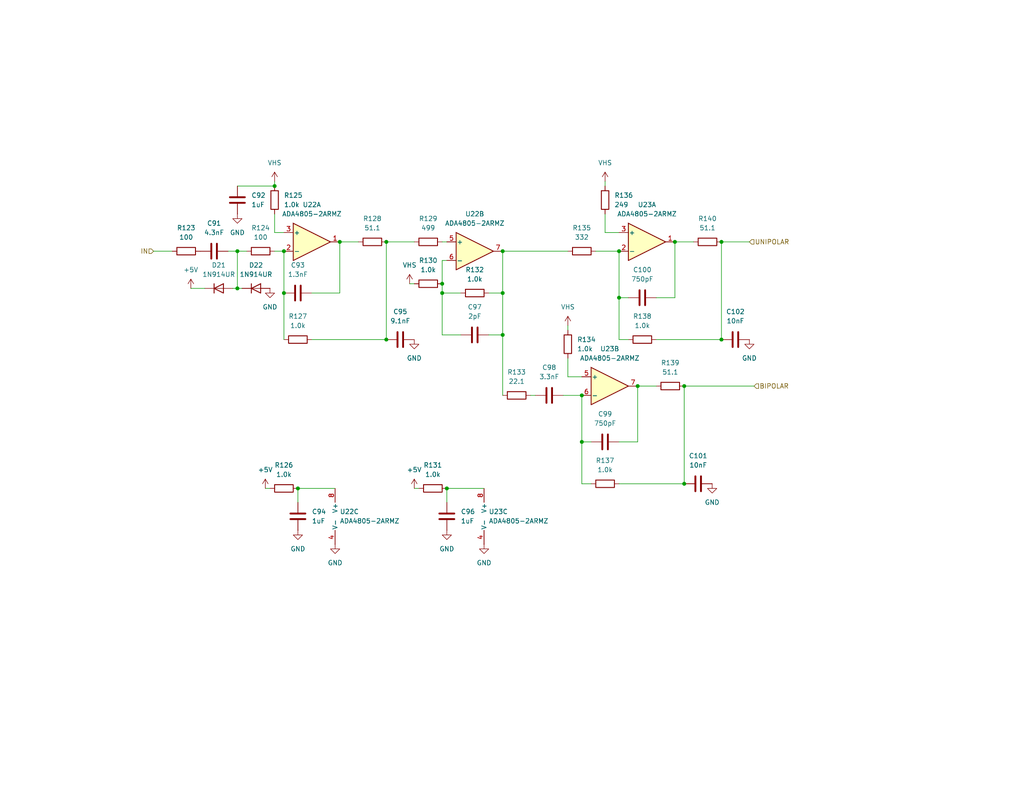
<source format=kicad_sch>
(kicad_sch (version 20231120) (generator "eeschema") (generator_version "8.0")
  (paper "USLetter")
  (title_block (title "QuERI MPU") (date "2024-05-26") (rev "Draft") (company "Noqsi Aerospace Ltd") (comment 1 "15 Blanchard Avenue, Billerica MA 01821") (comment 2 "jpd@noqsi.com"))
  (lib_symbols
    (symbol "QuERI_symbols:+2.5F" (power) (pin_names (offset 0))
      (property "Value" "+2.5F" (at 0 3.556 0))
      (symbol "+2.5F_0_1"
        (polyline (pts (xy -0.762 1.27) (xy 0 2.54)))
        (polyline (pts (xy 0 0) (xy 0 2.54)))
        (polyline (pts (xy 0 2.54) (xy 0.762 1.27)))
      )
      (symbol "+2.5F_1_1"
        (pin power_in line (at 0 0 90) (length 0) hide (name "+2.5F") (number "1"))
      )
    )
    (symbol "QuERI_symbols:1N914UR" (pin_numbers hide) (pin_names hide)
      (property "Reference" "D" (at 0 2.54 0))
      (property "Value" "1N914UR" (at 0 -2.54 0))
      (symbol "1N914UR_0_1"
        (polyline (pts (xy -1.27 1.27) (xy -1.27 -1.27)) (stroke (width 0.254)))
        (polyline (pts (xy 1.27 0) (xy -1.27 0)))
        (polyline (pts (xy 1.27 1.27) (xy 1.27 -1.27) (xy -1.27 0) (xy 1.27 1.27)) (stroke (width 0.254)))
      )
      (symbol "1N914UR_1_1"
        (pin passive line (at -3.81 0 0) (length 2.54) (name "K") (number "1"))
        (pin passive line (at 3.81 0 180) (length 2.54) (name "A") (number "2"))
      )
    )
    (symbol "QuERI_symbols:ADA4805-2ARMZ" (pin_names (offset 0.127))
      (property "Reference" "U" (at 0 5.08 0))
      (property "Value" "ADA4805-2ARMZ" (at 0 -5.08 0))
      (symbol "ADA4805-2ARMZ_1_1"
        (polyline (pts (xy -5.08 5.08) (xy 5.08 0) (xy -5.08 -5.08) (xy -5.08 5.08)) (stroke (width 0.254)) (fill (type background)))
        (pin output line (at 7.62 0 180) (length 2.54) (name "~") (number "1"))
        (pin input line (at -7.62 -2.54 0) (length 2.54) (name "-") (number "2"))
        (pin input line (at -7.62 2.54 0) (length 2.54) (name "+") (number "3"))
      )
      (symbol "ADA4805-2ARMZ_2_1"
        (polyline (pts (xy -5.08 5.08) (xy 5.08 0) (xy -5.08 -5.08) (xy -5.08 5.08)) (stroke (width 0.254)) (fill (type background)))
        (pin input line (at -7.62 2.54 0) (length 2.54) (name "+") (number "5"))
        (pin input line (at -7.62 -2.54 0) (length 2.54) (name "-") (number "6"))
        (pin output line (at 7.62 0 180) (length 2.54) (name "~") (number "7"))
      )
      (symbol "ADA4805-2ARMZ_3_1"
        (pin power_in line (at -2.54 -7.62 90) (length 3.81) (name "V-") (number "4"))
        (pin power_in line (at -2.54 7.62 270) (length 3.81) (name "V+") (number "8"))
      )
    )
    (symbol "QuERI_symbols:C" (pin_numbers hide) (pin_names (offset 0.254))
      (property "Reference" "C" (at 0.635 2.54 0))
      (property "Value" "1uF" (at 0.635 -2.54 0))
      (symbol "C_0_1"
        (polyline (pts (xy -2.032 -0.762) (xy 2.032 -0.762)) (stroke (width 0.508)))
        (polyline (pts (xy -2.032 0.762) (xy 2.032 0.762)) (stroke (width 0.508)))
      )
      (symbol "C_1_1"
        (pin passive line (at 0 3.81 270) (length 2.794) (name "~") (number "1"))
        (pin passive line (at 0 -3.81 90) (length 2.794) (name "~") (number "2"))
      )
    )
    (symbol "QuERI_symbols:Csmall" (pin_numbers hide) (pin_names (offset 0.254))
      (property "Reference" "C" (at 0.635 2.54 0))
      (property "Value" "Csmall" (at 0.635 -2.54 0))
      (symbol "Csmall_0_1"
        (polyline (pts (xy -2.032 -0.762) (xy 2.032 -0.762)) (stroke (width 0.508)))
        (polyline (pts (xy -2.032 0.762) (xy 2.032 0.762)) (stroke (width 0.508)))
      )
      (symbol "Csmall_1_1"
        (pin passive line (at 0 3.81 270) (length 2.794) (name "~") (number "1"))
        (pin passive line (at 0 -3.81 90) (length 2.794) (name "~") (number "2"))
      )
    )
    (symbol "QuERI_symbols:Rlowp" (pin_numbers hide) (pin_names (offset 0))
      (property "Reference" "R" (at 2.032 0 90))
      (property "Value" "Rlowp" (at 0 0 90))
      (symbol "Rlowp_0_1"
        (rectangle (start -1.016 -2.54) (end 1.016 2.54) (stroke (width 0.254)))
      )
      (symbol "Rlowp_1_1"
        (pin passive line (at 0 3.81 270) (length 1.27) (name "~") (number "1"))
        (pin passive line (at 0 -3.81 90) (length 1.27) (name "~") (number "2"))
      )
    )
    (symbol "power:+5V" (power) (pin_numbers hide) (pin_names (offset 0) hide)
      (property "Value" "+5V" (at 0 3.556 0))
      (symbol "+5V_0_1"
        (polyline (pts (xy -0.762 1.27) (xy 0 2.54)))
        (polyline (pts (xy 0 0) (xy 0 2.54)))
        (polyline (pts (xy 0 2.54) (xy 0.762 1.27)))
      )
      (symbol "+5V_1_1"
        (pin power_in line (at 0 0 90) (length 0) (name "~") (number "1"))
      )
    )
    (symbol "power:GND" (power) (pin_numbers hide) (pin_names (offset 0) hide)
      (property "Value" "GND" (at 0 -3.81 0))
      (symbol "GND_0_1"
        (polyline (pts (xy 0 0) (xy 0 -1.27) (xy 1.27 -1.27) (xy 0 -2.54) (xy -1.27 -1.27) (xy 0 -1.27)))
      )
      (symbol "GND_1_1"
        (pin power_in line (at 0 0 270) (length 0) (name "~") (number "1"))
      )
    )
  )
  (junction (at 196.85 66.04))
  (junction (at 186.69 105.41))
  (junction (at 64.77 78.74))
  (junction (at 120.65 80.01))
  (junction (at 173.99 105.41))
  (junction (at 158.75 120.65))
  (junction (at 158.75 107.95))
  (junction (at 77.47 68.58))
  (junction (at 168.91 81.28))
  (junction (at 137.16 91.44))
  (junction (at 121.92 133.35))
  (junction (at 64.77 68.58))
  (junction (at 168.91 68.58))
  (junction (at 81.28 133.35))
  (junction (at 77.47 80.01))
  (junction (at 196.85 92.71))
  (junction (at 74.93 50.8))
  (junction (at 137.16 68.58))
  (junction (at 137.16 80.01))
  (junction (at 120.65 77.47))
  (junction (at 105.41 92.71))
  (junction (at 105.41 66.04))
  (junction (at 92.71 66.04))
  (junction (at 184.15 66.04))
  (junction (at 186.69 132.08))
  (wire (pts (xy 85.09 80.01) (xy 92.71 80.01)))
  (wire (pts (xy 158.75 120.65) (xy 161.29 120.65)))
  (wire (pts (xy 64.77 50.8) (xy 74.93 50.8)))
  (wire (pts (xy 62.23 68.58) (xy 64.77 68.58)))
  (wire (pts (xy 113.03 133.35) (xy 114.3 133.35)))
  (wire (pts (xy 171.45 92.71) (xy 168.91 92.71)))
  (wire (pts (xy 168.91 120.65) (xy 173.99 120.65)))
  (wire (pts (xy 184.15 81.28) (xy 184.15 66.04)))
  (wire (pts (xy 173.99 105.41) (xy 179.07 105.41)))
  (wire (pts (xy 168.91 81.28) (xy 168.91 68.58)))
  (wire (pts (xy 81.28 133.35) (xy 81.28 137.16)))
  (wire (pts (xy 64.77 78.74) (xy 66.04 78.74)))
  (wire (pts (xy 125.73 80.01) (xy 120.65 80.01)))
  (wire (pts (xy 186.69 105.41) (xy 205.74 105.41)))
  (wire (pts (xy 168.91 92.71) (xy 168.91 81.28)))
  (wire (pts (xy 85.09 92.71) (xy 105.41 92.71)))
  (wire (pts (xy 105.41 66.04) (xy 113.03 66.04)))
  (wire (pts (xy 72.39 133.35) (xy 73.66 133.35)))
  (wire (pts (xy 179.07 92.71) (xy 196.85 92.71)))
  (wire (pts (xy 74.93 49.53) (xy 74.93 50.8)))
  (wire (pts (xy 137.16 68.58) (xy 154.94 68.58)))
  (wire (pts (xy 154.94 97.79) (xy 154.94 102.87)))
  (wire (pts (xy 77.47 80.01) (xy 77.47 92.71)))
  (wire (pts (xy 173.99 120.65) (xy 173.99 105.41)))
  (wire (pts (xy 120.65 80.01) (xy 120.65 77.47)))
  (wire (pts (xy 63.5 78.74) (xy 64.77 78.74)))
  (wire (pts (xy 154.94 102.87) (xy 158.75 102.87)))
  (wire (pts (xy 74.93 68.58) (xy 77.47 68.58)))
  (wire (pts (xy 121.92 133.35) (xy 121.92 137.16)))
  (wire (pts (xy 168.91 132.08) (xy 186.69 132.08)))
  (wire (pts (xy 74.93 58.42) (xy 74.93 63.5)))
  (wire (pts (xy 162.56 68.58) (xy 168.91 68.58)))
  (wire (pts (xy 77.47 68.58) (xy 77.47 80.01)))
  (wire (pts (xy 133.35 91.44) (xy 137.16 91.44)))
  (wire (pts (xy 81.28 133.35) (xy 91.44 133.35)))
  (wire (pts (xy 161.29 132.08) (xy 158.75 132.08)))
  (wire (pts (xy 179.07 81.28) (xy 184.15 81.28)))
  (wire (pts (xy 92.71 80.01) (xy 92.71 66.04)))
  (wire (pts (xy 125.73 91.44) (xy 120.65 91.44)))
  (wire (pts (xy 168.91 81.28) (xy 171.45 81.28)))
  (wire (pts (xy 153.67 107.95) (xy 158.75 107.95)))
  (wire (pts (xy 74.93 63.5) (xy 77.47 63.5)))
  (wire (pts (xy 165.1 63.5) (xy 168.91 63.5)))
  (wire (pts (xy 121.92 133.35) (xy 132.08 133.35)))
  (wire (pts (xy 111.76 77.47) (xy 113.03 77.47)))
  (wire (pts (xy 64.77 68.58) (xy 64.77 78.74)))
  (wire (pts (xy 144.78 107.95) (xy 146.05 107.95)))
  (wire (pts (xy 165.1 49.53) (xy 165.1 50.8)))
  (wire (pts (xy 120.65 66.04) (xy 121.92 66.04)))
  (wire (pts (xy 133.35 80.01) (xy 137.16 80.01)))
  (wire (pts (xy 184.15 66.04) (xy 189.23 66.04)))
  (wire (pts (xy 92.71 66.04) (xy 97.79 66.04)))
  (wire (pts (xy 64.77 68.58) (xy 67.31 68.58)))
  (wire (pts (xy 196.85 66.04) (xy 204.47 66.04)))
  (wire (pts (xy 120.65 71.12) (xy 121.92 71.12)))
  (wire (pts (xy 41.91 68.58) (xy 46.99 68.58)))
  (wire (pts (xy 137.16 91.44) (xy 137.16 107.95)))
  (wire (pts (xy 196.85 92.71) (xy 196.85 66.04)))
  (wire (pts (xy 120.65 91.44) (xy 120.65 80.01)))
  (wire (pts (xy 137.16 80.01) (xy 137.16 68.58)))
  (wire (pts (xy 105.41 92.71) (xy 105.41 66.04)))
  (wire (pts (xy 137.16 91.44) (xy 137.16 80.01)))
  (wire (pts (xy 154.94 88.9) (xy 154.94 90.17)))
  (wire (pts (xy 158.75 120.65) (xy 158.75 107.95)))
  (wire (pts (xy 165.1 58.42) (xy 165.1 63.5)))
  (wire (pts (xy 158.75 132.08) (xy 158.75 120.65)))
  (wire (pts (xy 52.07 78.74) (xy 55.88 78.74)))
  (wire (pts (xy 186.69 132.08) (xy 186.69 105.41)))
  (wire (pts (xy 120.65 77.47) (xy 120.65 71.12)))
  (hierarchical_label "IN" (shape input) (at 41.91 68.58 180))
  (hierarchical_label "UNIPOLAR" (shape input) (at 204.47 66.04 0))
  (hierarchical_label "BIPOLAR" (shape input) (at 205.74 105.41 0))
  (symbol (lib_id "power:+5V") (at 52.07 78.74 0) (unit 1)
    (property "Reference" "#PWR0196" (effects (hide yes)))
    (property "Value" "+5V" (at 52.07 73.66 0))
    (property "Description" "Power symbol creates a global label with name \"+5V\"" (effects (hide yes)))
    (instances (project "MPU" (path "" (reference "#PWR0196") (unit 1)) (path "" (reference "#PWR0212") (unit 1))))
  )
  (symbol (lib_id "QuERI_symbols:Csmall") (at 81.28 80.01 90) (unit 1)
    (property "Reference" "C93" (at 81.28 72.39 90))
    (property "Value" "1.3nF" (at 81.28 74.93 90))
    (property "Footprint" "Capacitor_SMD:C_0603_1608Metric" (effects (hide yes)))
    (property "Description" "Unpolarized capacitor" (effects (hide yes)))
    (property "Spec" "50WVDC C0G" (effects (hide yes)))
    (instances (project "MPU" (path "" (reference "C93") (unit 1)) (path "" (reference "C105") (unit 1))))
  )
  (symbol (lib_id "QuERI_symbols:C") (at 64.77 54.61 0) (unit 1)
    (property "Reference" "C92" (at 68.58 53.34 0) (effects (justify left)))
    (property "Value" "1uF" (at 68.58 55.88 0) (effects (justify left)))
    (property "Footprint" "Capacitor_SMD:C_0805_2012Metric" (effects (hide yes)))
    (property "Description" "Unpolarized capacitor" (effects (hide yes)))
    (property "Spec" "16WVDC X7R" (effects (hide yes)))
    (instances (project "MPU" (path "" (reference "C92") (unit 1)) (path "" (reference "C104") (unit 1))))
  )
  (symbol (lib_id "QuERI_symbols:ADA4805-2ARMZ") (at 166.37 105.41 0) (unit 2)
    (property "Reference" "U23" (at 166.37 95.25 0))
    (property "Value" "ADA4805-2ARMZ" (at 166.37 97.79 0))
    (property "Footprint" "Package_SO:MSOP-8_3x3mm_P0.65mm" (effects (hide yes)))
    (property "Datasheet" "https://www.analog.com/media/en/technical-documentation/data-sheets/ADA4805-1_4805-2.pdf" (effects (hide yes)))
    (property "Description" "Dual Operational Amplifiers, DIP-8/SOIC-8/TSSOP-8/VSSOP-8" (effects (hide yes)))
    (instances (project "MPU" (path "" (reference "U23") (unit 2)) (path "" (reference "U25") (unit 2))))
  )
  (symbol (lib_id "power:GND") (at 132.08 148.59 0) (unit 1)
    (property "Reference" "#PWR0207" (effects (hide yes)))
    (property "Value" "GND" (at 132.08 153.67 0))
    (property "Description" "Power symbol creates a global label with name \"GND\" , ground" (effects (hide yes)))
    (instances (project "MPU" (path "" (reference "#PWR0207") (unit 1)) (path "" (reference "#PWR0223") (unit 1))))
  )
  (symbol (lib_id "QuERI_symbols:C") (at 81.28 140.97 0) (unit 1)
    (property "Reference" "C94" (at 85.09 139.7 0) (effects (justify left)))
    (property "Value" "1uF" (at 85.09 142.24 0) (effects (justify left)))
    (property "Footprint" "Capacitor_SMD:C_0805_2012Metric" (effects (hide yes)))
    (property "Description" "Unpolarized capacitor" (effects (hide yes)))
    (property "Spec" "16WVDC X7R" (effects (hide yes)))
    (instances (project "MPU" (path "" (reference "C94") (unit 1)) (path "" (reference "C106") (unit 1))))
  )
  (symbol (lib_id "power:GND") (at 121.92 144.78 0) (unit 1)
    (property "Reference" "#PWR0206" (effects (hide yes)))
    (property "Value" "GND" (at 121.92 149.86 0))
    (property "Description" "Power symbol creates a global label with name \"GND\" , ground" (effects (hide yes)))
    (instances (project "MPU" (path "" (reference "#PWR0206") (unit 1)) (path "" (reference "#PWR0222") (unit 1))))
  )
  (symbol (lib_id "QuERI_symbols:Rlowp") (at 50.8 68.58 90) (unit 1)
    (property "Reference" "R123" (at 50.8 62.23 90))
    (property "Value" "100" (at 50.8 64.77 90))
    (property "Footprint" "Resistor_SMD:R_0603_1608Metric" (effects (hide yes)))
    (property "Description" "Resistor" (effects (hide yes)))
    (property "Spec" "1% 1/10W" (effects (hide yes)))
    (instances (project "MPU" (path "" (reference "R123") (unit 1)) (path "" (reference "R141") (unit 1))))
  )
  (symbol (lib_id "QuERI_symbols:Rlowp") (at 74.93 54.61 0) (unit 1)
    (property "Reference" "R125" (at 77.47 53.34 0) (effects (justify left)))
    (property "Value" "1.0k" (at 77.47 55.88 0) (effects (justify left)))
    (property "Footprint" "Resistor_SMD:R_0603_1608Metric" (effects (hide yes)))
    (property "Description" "Resistor" (effects (hide yes)))
    (property "Spec" "1% 1/10W" (effects (hide yes)))
    (instances (project "MPU" (path "" (reference "R125") (unit 1)) (path "" (reference "R143") (unit 1))))
  )
  (symbol (lib_id "power:GND") (at 91.44 148.59 0) (unit 1)
    (property "Reference" "#PWR0202" (effects (hide yes)))
    (property "Value" "GND" (at 91.44 153.67 0))
    (property "Description" "Power symbol creates a global label with name \"GND\" , ground" (effects (hide yes)))
    (instances (project "MPU" (path "" (reference "#PWR0202") (unit 1)) (path "" (reference "#PWR0218") (unit 1))))
  )
  (symbol (lib_id "QuERI_symbols:Rlowp") (at 175.26 92.71 90) (unit 1)
    (property "Reference" "R138" (at 175.26 86.36 90))
    (property "Value" "1.0k" (at 175.26 88.9 90))
    (property "Footprint" "Resistor_SMD:R_0603_1608Metric" (effects (hide yes)))
    (property "Description" "Resistor" (effects (hide yes)))
    (property "Spec" "1% 1/10W" (effects (hide yes)))
    (instances (project "MPU" (path "" (reference "R138") (unit 1)) (path "" (reference "R156") (unit 1))))
  )
  (symbol (lib_id "QuERI_symbols:1N914UR") (at 69.85 78.74 0) (unit 1)
    (property "Reference" "D22" (at 69.85 72.39 0))
    (property "Value" "1N914UR" (at 69.85 74.93 0))
    (property "Footprint" "Diode_SMD:D_MiniMELF" (effects (hide yes)))
    (property "Description" "General Purpose Switching Diode" (effects (hide yes)))
    (property "Sim.Device" "D" (effects (hide yes)))
    (property "Sim.Pins" "1=K 2=A" (effects (hide yes)))
    (instances (project "MPU" (path "" (reference "D22") (unit 1)) (path "" (reference "D24") (unit 1))))
  )
  (symbol (lib_id "QuERI_symbols:+2.5F") (at 74.93 49.53 0) (unit 1)
    (property "Reference" "#PWR0200" (effects (hide yes)))
    (property "Value" "VHS" (at 74.93 44.45 0))
    (property "Description" "Power symbol creates a global label with name \"+2.5F\"" (effects (hide yes)))
    (instances (project "MPU" (path "" (reference "#PWR0200") (unit 1)) (path "" (reference "#PWR0216") (unit 1))))
  )
  (symbol (lib_id "QuERI_symbols:Rlowp") (at 193.04 66.04 90) (unit 1)
    (property "Reference" "R140" (at 193.04 59.69 90))
    (property "Value" "51.1" (at 193.04 62.23 90))
    (property "Footprint" "Resistor_SMD:R_0603_1608Metric" (effects (hide yes)))
    (property "Description" "Resistor" (effects (hide yes)))
    (property "Spec" "1% 1/10W" (effects (hide yes)))
    (instances (project "MPU" (path "" (reference "R140") (unit 1)) (path "" (reference "R158") (unit 1))))
  )
  (symbol (lib_id "QuERI_symbols:Csmall") (at 200.66 92.71 90) (unit 1)
    (property "Reference" "C102" (at 200.66 85.09 90))
    (property "Value" "10nF" (at 200.66 87.63 90))
    (property "Footprint" "Capacitor_SMD:C_0603_1608Metric" (effects (hide yes)))
    (property "Description" "Unpolarized capacitor" (effects (hide yes)))
    (property "Spec" "50WVDC C0G" (effects (hide yes)))
    (instances (project "MPU" (path "" (reference "C102") (unit 1)) (path "" (reference "C114") (unit 1))))
  )
  (symbol (lib_id "QuERI_symbols:Rlowp") (at 101.6 66.04 90) (unit 1)
    (property "Reference" "R128" (at 101.6 59.69 90))
    (property "Value" "51.1" (at 101.6 62.23 90))
    (property "Footprint" "Resistor_SMD:R_0603_1608Metric" (effects (hide yes)))
    (property "Description" "Resistor" (effects (hide yes)))
    (property "Spec" "1% 1/10W" (effects (hide yes)))
    (instances (project "MPU" (path "" (reference "R128") (unit 1)) (path "" (reference "R146") (unit 1))))
  )
  (symbol (lib_id "QuERI_symbols:+2.5F") (at 154.94 88.9 0) (unit 1)
    (property "Reference" "#PWR0208" (effects (hide yes)))
    (property "Value" "VHS" (at 154.94 83.82 0))
    (property "Description" "Power symbol creates a global label with name \"+2.5F\"" (effects (hide yes)))
    (instances (project "MPU" (path "" (reference "#PWR0208") (unit 1)) (path "" (reference "#PWR0224") (unit 1))))
  )
  (symbol (lib_id "QuERI_symbols:Csmall") (at 129.54 91.44 90) (unit 1)
    (property "Reference" "C97" (at 129.54 83.82 90))
    (property "Value" "2pF" (at 129.54 86.36 90))
    (property "Footprint" "Capacitor_SMD:C_0603_1608Metric" (effects (hide yes)))
    (property "Description" "Unpolarized capacitor" (effects (hide yes)))
    (property "Spec" "50WVDC C0G" (effects (hide yes)))
    (instances (project "MPU" (path "" (reference "C97") (unit 1)) (path "" (reference "C109") (unit 1))))
  )
  (symbol (lib_id "power:GND") (at 194.31 132.08 0) (unit 1)
    (property "Reference" "#PWR0210" (effects (hide yes)))
    (property "Value" "GND" (at 194.31 137.16 0))
    (property "Description" "Power symbol creates a global label with name \"GND\" , ground" (effects (hide yes)))
    (instances (project "MPU" (path "" (reference "#PWR0210") (unit 1)) (path "" (reference "#PWR0226") (unit 1))))
  )
  (symbol (lib_id "QuERI_symbols:Csmall") (at 109.22 92.71 90) (unit 1)
    (property "Reference" "C95" (at 109.22 85.09 90))
    (property "Value" "9.1nF" (at 109.22 87.63 90))
    (property "Footprint" "Capacitor_SMD:C_0603_1608Metric" (effects (hide yes)))
    (property "Description" "Unpolarized capacitor" (effects (hide yes)))
    (property "Spec" "50WVDC C0G" (effects (hide yes)))
    (instances (project "MPU" (path "" (reference "C95") (unit 1)) (path "" (reference "C107") (unit 1))))
  )
  (symbol (lib_id "QuERI_symbols:Csmall") (at 165.1 120.65 90) (unit 1)
    (property "Reference" "C99" (at 165.1 113.03 90))
    (property "Value" "750pF" (at 165.1 115.57 90))
    (property "Footprint" "Capacitor_SMD:C_0603_1608Metric" (effects (hide yes)))
    (property "Description" "Unpolarized capacitor" (effects (hide yes)))
    (property "Spec" "50WVDC C0G" (effects (hide yes)))
    (instances (project "MPU" (path "" (reference "C99") (unit 1)) (path "" (reference "C111") (unit 1))))
  )
  (symbol (lib_id "QuERI_symbols:Rlowp") (at 77.47 133.35 90) (unit 1)
    (property "Reference" "R126" (at 77.47 127 90))
    (property "Value" "1.0k" (at 77.47 129.54 90))
    (property "Footprint" "Resistor_SMD:R_0603_1608Metric" (effects (hide yes)))
    (property "Description" "Resistor" (effects (hide yes)))
    (property "Spec" "1% 1/10W" (effects (hide yes)))
    (instances (project "MPU" (path "" (reference "R126") (unit 1)) (path "" (reference "R144") (unit 1))))
  )
  (symbol (lib_id "QuERI_symbols:Rlowp") (at 118.11 133.35 90) (unit 1)
    (property "Reference" "R131" (at 118.11 127 90))
    (property "Value" "1.0k" (at 118.11 129.54 90))
    (property "Footprint" "Resistor_SMD:R_0603_1608Metric" (effects (hide yes)))
    (property "Description" "Resistor" (effects (hide yes)))
    (property "Spec" "1% 1/10W" (effects (hide yes)))
    (instances (project "MPU" (path "" (reference "R131") (unit 1)) (path "" (reference "R149") (unit 1))))
  )
  (symbol (lib_id "power:+5V") (at 113.03 133.35 0) (unit 1)
    (property "Reference" "#PWR0205" (effects (hide yes)))
    (property "Value" "+5V" (at 113.03 128.27 0))
    (property "Description" "Power symbol creates a global label with name \"+5V\"" (effects (hide yes)))
    (instances (project "MPU" (path "" (reference "#PWR0205") (unit 1)) (path "" (reference "#PWR0221") (unit 1))))
  )
  (symbol (lib_id "QuERI_symbols:Csmall") (at 190.5 132.08 90) (unit 1)
    (property "Reference" "C101" (at 190.5 124.46 90))
    (property "Value" "10nF" (at 190.5 127 90))
    (property "Footprint" "Capacitor_SMD:C_0603_1608Metric" (effects (hide yes)))
    (property "Description" "Unpolarized capacitor" (effects (hide yes)))
    (property "Spec" "50WVDC C0G" (effects (hide yes)))
    (instances (project "MPU" (path "" (reference "C101") (unit 1)) (path "" (reference "C113") (unit 1))))
  )
  (symbol (lib_id "QuERI_symbols:+2.5F") (at 111.76 77.47 0) (unit 1)
    (property "Reference" "#PWR0203" (effects (hide yes)))
    (property "Value" "VHS" (at 111.76 72.39 0))
    (property "Description" "Power symbol creates a global label with name \"+2.5F\"" (effects (hide yes)))
    (instances (project "MPU" (path "" (reference "#PWR0203") (unit 1)) (path "" (reference "#PWR0219") (unit 1))))
  )
  (symbol (lib_id "power:GND") (at 81.28 144.78 0) (unit 1)
    (property "Reference" "#PWR0201" (effects (hide yes)))
    (property "Value" "GND" (at 81.28 149.86 0))
    (property "Description" "Power symbol creates a global label with name \"GND\" , ground" (effects (hide yes)))
    (instances (project "MPU" (path "" (reference "#PWR0201") (unit 1)) (path "" (reference "#PWR0217") (unit 1))))
  )
  (symbol (lib_id "QuERI_symbols:Csmall") (at 149.86 107.95 90) (unit 1)
    (property "Reference" "C98" (at 149.86 100.33 90))
    (property "Value" "3.3nF" (at 149.86 102.87 90))
    (property "Footprint" "Capacitor_SMD:C_0603_1608Metric" (effects (hide yes)))
    (property "Description" "Unpolarized capacitor" (effects (hide yes)))
    (property "Spec" "50WVDC C0G" (effects (hide yes)))
    (instances (project "MPU" (path "" (reference "C98") (unit 1)) (path "" (reference "C110") (unit 1))))
  )
  (symbol (lib_id "QuERI_symbols:ADA4805-2ARMZ") (at 93.98 140.97 0) (unit 3)
    (property "Reference" "U22" (at 92.71 139.7 0) (effects (justify left)))
    (property "Value" "ADA4805-2ARMZ" (at 92.71 142.24 0) (effects (justify left)))
    (property "Footprint" "Package_SO:MSOP-8_3x3mm_P0.65mm" (effects (hide yes)))
    (property "Datasheet" "https://www.analog.com/media/en/technical-documentation/data-sheets/ADA4805-1_4805-2.pdf" (effects (hide yes)))
    (property "Description" "Dual Operational Amplifiers, DIP-8/SOIC-8/TSSOP-8/VSSOP-8" (effects (hide yes)))
    (instances (project "MPU" (path "" (reference "U22") (unit 3)) (path "" (reference "U24") (unit 3))))
  )
  (symbol (lib_id "QuERI_symbols:+2.5F") (at 165.1 49.53 0) (unit 1)
    (property "Reference" "#PWR0209" (effects (hide yes)))
    (property "Value" "VHS" (at 165.1 44.45 0))
    (property "Description" "Power symbol creates a global label with name \"+2.5F\"" (effects (hide yes)))
    (instances (project "MPU" (path "" (reference "#PWR0209") (unit 1)) (path "" (reference "#PWR0225") (unit 1))))
  )
  (symbol (lib_id "QuERI_symbols:Rlowp") (at 71.12 68.58 90) (unit 1)
    (property "Reference" "R124" (at 71.12 62.23 90))
    (property "Value" "100" (at 71.12 64.77 90))
    (property "Footprint" "Resistor_SMD:R_0603_1608Metric" (effects (hide yes)))
    (property "Description" "Resistor" (effects (hide yes)))
    (property "Spec" "1% 1/10W" (effects (hide yes)))
    (instances (project "MPU" (path "" (reference "R124") (unit 1)) (path "" (reference "R142") (unit 1))))
  )
  (symbol (lib_id "power:GND") (at 204.47 92.71 0) (unit 1)
    (property "Reference" "#PWR0211" (effects (hide yes)))
    (property "Value" "GND" (at 204.47 97.79 0))
    (property "Description" "Power symbol creates a global label with name \"GND\" , ground" (effects (hide yes)))
    (instances (project "MPU" (path "" (reference "#PWR0211") (unit 1)) (path "" (reference "#PWR0227") (unit 1))))
  )
  (symbol (lib_id "QuERI_symbols:Rlowp") (at 165.1 132.08 90) (unit 1)
    (property "Reference" "R137" (at 165.1 125.73 90))
    (property "Value" "1.0k" (at 165.1 128.27 90))
    (property "Footprint" "Resistor_SMD:R_0603_1608Metric" (effects (hide yes)))
    (property "Description" "Resistor" (effects (hide yes)))
    (property "Spec" "1% 1/10W" (effects (hide yes)))
    (instances (project "MPU" (path "" (reference "R137") (unit 1)) (path "" (reference "R155") (unit 1))))
  )
  (symbol (lib_id "QuERI_symbols:Csmall") (at 58.42 68.58 90) (unit 1)
    (property "Reference" "C91" (at 58.42 60.96 90))
    (property "Value" "4.3nF" (at 58.42 63.5 90))
    (property "Footprint" "Capacitor_SMD:C_0603_1608Metric" (effects (hide yes)))
    (property "Description" "Unpolarized capacitor" (effects (hide yes)))
    (property "Spec" "50WVDC C0G" (effects (hide yes)))
    (instances (project "MPU" (path "" (reference "C91") (unit 1)) (path "" (reference "C103") (unit 1))))
  )
  (symbol (lib_id "QuERI_symbols:C") (at 121.92 140.97 0) (unit 1)
    (property "Reference" "C96" (at 125.73 139.7 0) (effects (justify left)))
    (property "Value" "1uF" (at 125.73 142.24 0) (effects (justify left)))
    (property "Footprint" "Capacitor_SMD:C_0805_2012Metric" (effects (hide yes)))
    (property "Description" "Unpolarized capacitor" (effects (hide yes)))
    (property "Spec" "16WVDC X7R" (effects (hide yes)))
    (instances (project "MPU" (path "" (reference "C96") (unit 1)) (path "" (reference "C108") (unit 1))))
  )
  (symbol (lib_id "QuERI_symbols:Csmall") (at 175.26 81.28 90) (unit 1)
    (property "Reference" "C100" (at 175.26 73.66 90))
    (property "Value" "750pF" (at 175.26 76.2 90))
    (property "Footprint" "Capacitor_SMD:C_0603_1608Metric" (effects (hide yes)))
    (property "Description" "Unpolarized capacitor" (effects (hide yes)))
    (property "Spec" "50WVDC C0G" (effects (hide yes)))
    (instances (project "MPU" (path "" (reference "C100") (unit 1)) (path "" (reference "C112") (unit 1))))
  )
  (symbol (lib_id "QuERI_symbols:Rlowp") (at 165.1 54.61 0) (unit 1)
    (property "Reference" "R136" (at 167.64 53.3399 0) (effects (justify left)))
    (property "Value" "249" (at 167.64 55.8799 0) (effects (justify left)))
    (property "Footprint" "Resistor_SMD:R_0603_1608Metric" (effects (hide yes)))
    (property "Description" "Resistor" (effects (hide yes)))
    (property "Spec" "1% 1/10W" (effects (hide yes)))
    (instances (project "MPU" (path "" (reference "R136") (unit 1)) (path "" (reference "R154") (unit 1))))
  )
  (symbol (lib_id "power:GND") (at 73.66 78.74 0) (unit 1)
    (property "Reference" "#PWR0199" (effects (hide yes)))
    (property "Value" "GND" (at 73.66 83.82 0))
    (property "Description" "Power symbol creates a global label with name \"GND\" , ground" (effects (hide yes)))
    (instances (project "MPU" (path "" (reference "#PWR0199") (unit 1)) (path "" (reference "#PWR0215") (unit 1))))
  )
  (symbol (lib_id "QuERI_symbols:Rlowp") (at 81.28 92.71 90) (unit 1)
    (property "Reference" "R127" (at 81.28 86.36 90))
    (property "Value" "1.0k" (at 81.28 88.9 90))
    (property "Footprint" "Resistor_SMD:R_0603_1608Metric" (effects (hide yes)))
    (property "Description" "Resistor" (effects (hide yes)))
    (property "Spec" "1% 1/10W" (effects (hide yes)))
    (instances (project "MPU" (path "" (reference "R127") (unit 1)) (path "" (reference "R145") (unit 1))))
  )
  (symbol (lib_id "QuERI_symbols:Rlowp") (at 129.54 80.01 90) (unit 1)
    (property "Reference" "R132" (at 129.54 73.66 90))
    (property "Value" "1.0k" (at 129.54 76.2 90))
    (property "Footprint" "Resistor_SMD:R_0603_1608Metric" (effects (hide yes)))
    (property "Description" "Resistor" (effects (hide yes)))
    (property "Spec" "1% 1/10W" (effects (hide yes)))
    (instances (project "MPU" (path "" (reference "R132") (unit 1)) (path "" (reference "R150") (unit 1))))
  )
  (symbol (lib_id "QuERI_symbols:Rlowp") (at 154.94 93.98 0) (unit 1)
    (property "Reference" "R134" (at 157.48 92.71 0) (effects (justify left)))
    (property "Value" "1.0k" (at 157.48 95.25 0) (effects (justify left)))
    (property "Footprint" "Resistor_SMD:R_0603_1608Metric" (effects (hide yes)))
    (property "Description" "Resistor" (effects (hide yes)))
    (property "Spec" "1% 1/10W" (effects (hide yes)))
    (instances (project "MPU" (path "" (reference "R134") (unit 1)) (path "" (reference "R152") (unit 1))))
  )
  (symbol (lib_id "QuERI_symbols:Rlowp") (at 158.75 68.58 90) (unit 1)
    (property "Reference" "R135" (at 158.75 62.23 90))
    (property "Value" "332" (at 158.75 64.77 90))
    (property "Footprint" "Resistor_SMD:R_0603_1608Metric" (effects (hide yes)))
    (property "Description" "Resistor" (effects (hide yes)))
    (property "Spec" "1% 1/10W" (effects (hide yes)))
    (instances (project "MPU" (path "" (reference "R135") (unit 1)) (path "" (reference "R153") (unit 1))))
  )
  (symbol (lib_id "QuERI_symbols:ADA4805-2ARMZ") (at 134.62 140.97 0) (unit 3)
    (property "Reference" "U23" (at 133.35 139.7 0) (effects (justify left)))
    (property "Value" "ADA4805-2ARMZ" (at 133.35 142.24 0) (effects (justify left)))
    (property "Footprint" "Package_SO:MSOP-8_3x3mm_P0.65mm" (effects (hide yes)))
    (property "Datasheet" "https://www.analog.com/media/en/technical-documentation/data-sheets/ADA4805-1_4805-2.pdf" (effects (hide yes)))
    (property "Description" "Dual Operational Amplifiers, DIP-8/SOIC-8/TSSOP-8/VSSOP-8" (effects (hide yes)))
    (instances (project "MPU" (path "" (reference "U23") (unit 3)) (path "" (reference "U25") (unit 3))))
  )
  (symbol (lib_id "QuERI_symbols:Rlowp") (at 116.84 77.47 90) (unit 1)
    (property "Reference" "R130" (at 116.84 71.12 90))
    (property "Value" "1.0k" (at 116.84 73.66 90))
    (property "Footprint" "Resistor_SMD:R_0603_1608Metric" (effects (hide yes)))
    (property "Description" "Resistor" (effects (hide yes)))
    (property "Spec" "1% 1/10W" (effects (hide yes)))
    (instances (project "MPU" (path "" (reference "R130") (unit 1)) (path "" (reference "R148") (unit 1))))
  )
  (symbol (lib_id "power:+5V") (at 72.39 133.35 0) (unit 1)
    (property "Reference" "#PWR0198" (effects (hide yes)))
    (property "Value" "+5V" (at 72.39 128.27 0))
    (property "Description" "Power symbol creates a global label with name \"+5V\"" (effects (hide yes)))
    (instances (project "MPU" (path "" (reference "#PWR0198") (unit 1)) (path "" (reference "#PWR0214") (unit 1))))
  )
  (symbol (lib_id "power:GND") (at 64.77 58.42 0) (unit 1)
    (property "Reference" "#PWR0197" (effects (hide yes)))
    (property "Value" "GND" (at 64.77 63.5 0))
    (property "Description" "Power symbol creates a global label with name \"GND\" , ground" (effects (hide yes)))
    (instances (project "MPU" (path "" (reference "#PWR0197") (unit 1)) (path "" (reference "#PWR0213") (unit 1))))
  )
  (symbol (lib_id "QuERI_symbols:Rlowp") (at 116.84 66.04 90) (unit 1)
    (property "Reference" "R129" (at 116.84 59.69 90))
    (property "Value" "499" (at 116.84 62.23 90))
    (property "Footprint" "Resistor_SMD:R_0603_1608Metric" (effects (hide yes)))
    (property "Description" "Resistor" (effects (hide yes)))
    (property "Spec" "1% 1/10W" (effects (hide yes)))
    (instances (project "MPU" (path "" (reference "R129") (unit 1)) (path "" (reference "R147") (unit 1))))
  )
  (symbol (lib_id "QuERI_symbols:ADA4805-2ARMZ") (at 176.53 66.04 0) (unit 1)
    (property "Reference" "U23" (at 176.53 55.88 0))
    (property "Value" "ADA4805-2ARMZ" (at 176.53 58.42 0))
    (property "Footprint" "Package_SO:MSOP-8_3x3mm_P0.65mm" (effects (hide yes)))
    (property "Datasheet" "https://www.analog.com/media/en/technical-documentation/data-sheets/ADA4805-1_4805-2.pdf" (effects (hide yes)))
    (property "Description" "Dual Operational Amplifiers, DIP-8/SOIC-8/TSSOP-8/VSSOP-8" (effects (hide yes)))
    (instances (project "MPU" (path "" (reference "U23") (unit 1)) (path "" (reference "U25") (unit 1))))
  )
  (symbol (lib_id "QuERI_symbols:Rlowp") (at 140.97 107.95 90) (unit 1)
    (property "Reference" "R133" (at 140.97 101.6 90))
    (property "Value" "22.1" (at 140.97 104.14 90))
    (property "Footprint" "Resistor_SMD:R_0603_1608Metric" (effects (hide yes)))
    (property "Description" "Resistor" (effects (hide yes)))
    (property "Spec" "1% 1/10W" (effects (hide yes)))
    (instances (project "MPU" (path "" (reference "R133") (unit 1)) (path "" (reference "R151") (unit 1))))
  )
  (symbol (lib_id "power:GND") (at 113.03 92.71 0) (unit 1)
    (property "Reference" "#PWR0204" (effects (hide yes)))
    (property "Value" "GND" (at 113.03 97.79 0))
    (property "Description" "Power symbol creates a global label with name \"GND\" , ground" (effects (hide yes)))
    (instances (project "MPU" (path "" (reference "#PWR0204") (unit 1)) (path "" (reference "#PWR0220") (unit 1))))
  )
  (symbol (lib_id "QuERI_symbols:1N914UR") (at 59.69 78.74 0) (unit 1)
    (property "Reference" "D21" (at 59.69 72.39 0))
    (property "Value" "1N914UR" (at 59.69 74.93 0))
    (property "Footprint" "Diode_SMD:D_MiniMELF" (effects (hide yes)))
    (property "Description" "General Purpose Switching Diode" (effects (hide yes)))
    (property "Sim.Device" "D" (effects (hide yes)))
    (property "Sim.Pins" "1=K 2=A" (effects (hide yes)))
    (instances (project "MPU" (path "" (reference "D21") (unit 1)) (path "" (reference "D23") (unit 1))))
  )
  (symbol (lib_id "QuERI_symbols:Rlowp") (at 182.88 105.41 90) (unit 1)
    (property "Reference" "R139" (at 182.88 99.06 90))
    (property "Value" "51.1" (at 182.88 101.6 90))
    (property "Footprint" "Resistor_SMD:R_0603_1608Metric" (effects (hide yes)))
    (property "Description" "Resistor" (effects (hide yes)))
    (property "Spec" "1% 1/10W" (effects (hide yes)))
    (instances (project "MPU" (path "" (reference "R139") (unit 1)) (path "" (reference "R157") (unit 1))))
  )
  (symbol (lib_id "QuERI_symbols:ADA4805-2ARMZ") (at 129.54 68.58 0) (unit 2)
    (property "Reference" "U22" (at 129.54 58.42 0))
    (property "Value" "ADA4805-2ARMZ" (at 129.54 60.96 0))
    (property "Footprint" "Package_SO:MSOP-8_3x3mm_P0.65mm" (effects (hide yes)))
    (property "Datasheet" "https://www.analog.com/media/en/technical-documentation/data-sheets/ADA4805-1_4805-2.pdf" (effects (hide yes)))
    (property "Description" "Dual Operational Amplifiers, DIP-8/SOIC-8/TSSOP-8/VSSOP-8" (effects (hide yes)))
    (instances (project "MPU" (path "" (reference "U22") (unit 2)) (path "" (reference "U24") (unit 2))))
  )
  (symbol (lib_id "QuERI_symbols:ADA4805-2ARMZ") (at 85.09 66.04 0) (unit 1)
    (property "Reference" "U22" (at 85.09 55.88 0))
    (property "Value" "ADA4805-2ARMZ" (at 85.09 58.42 0))
    (property "Footprint" "Package_SO:MSOP-8_3x3mm_P0.65mm" (effects (hide yes)))
    (property "Datasheet" "https://www.analog.com/media/en/technical-documentation/data-sheets/ADA4805-1_4805-2.pdf" (effects (hide yes)))
    (property "Description" "Dual Operational Amplifiers, DIP-8/SOIC-8/TSSOP-8/VSSOP-8" (effects (hide yes)))
    (instances (project "MPU" (path "" (reference "U22") (unit 1)) (path "" (reference "U24") (unit 1))))
  )
)
</source>
